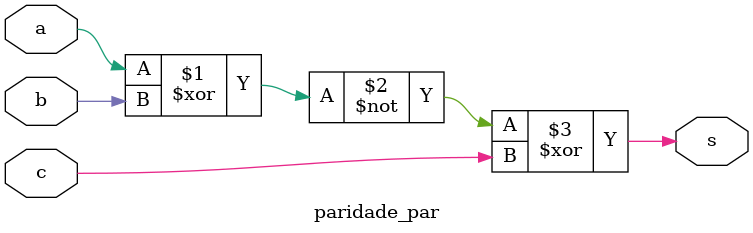
<source format=v>
module paridade_par (a, b, c, s);
input a, b, c;
output s;

assign s = ~(a ^ b) ^ c;
endmodule
</source>
